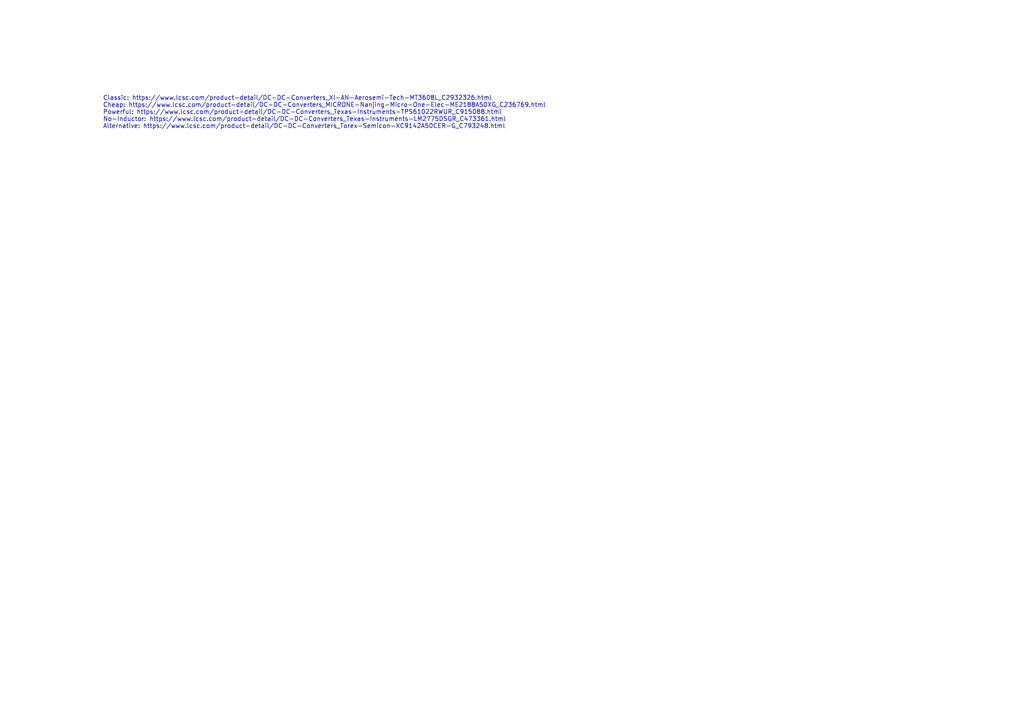
<source format=kicad_sch>
(kicad_sch (version 20230121) (generator eeschema)
  (paper "A4")
  (lib_symbols)
  (text "Classic: https://www.lcsc.com/product-detail/DC-DC-Converters_XI-AN-Aerosemi-Tech-MT3608L_C2932326.html\nCheap: https://www.lcsc.com/product-detail/DC-DC-Converters_MICRONE-Nanjing-Micro-One-Elec-ME2188A50XG_C236769.html\nPowerful: https://www.lcsc.com/product-detail/DC-DC-Converters_Texas-Instruments-TPS61022RWUR_C915088.html\nNo-Inductor: https://www.lcsc.com/product-detail/DC-DC-Converters_Texas-Instruments-LM2775DSGR_C473361.html\nAlternative: https://www.lcsc.com/product-detail/DC-DC-Converters_Torex-Semicon-XC9142A50CER-G_C793248.html" (at 29.845 37.465 0) (effects (font (size 1.27 1.27)) (justify left bottom)))
)
</source>
